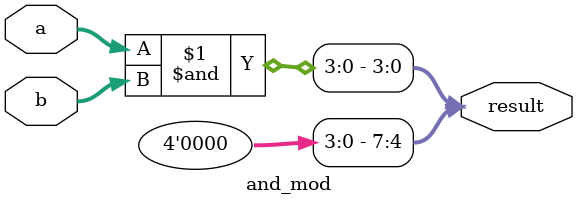
<source format=v>
`timescale 1ns / 1ps


module and_mod(
    input [3:0] a,
    input [3:0] b,
    output [7:0] result
);

    assign result = {4'b0, a & b};
    
endmodule


</source>
